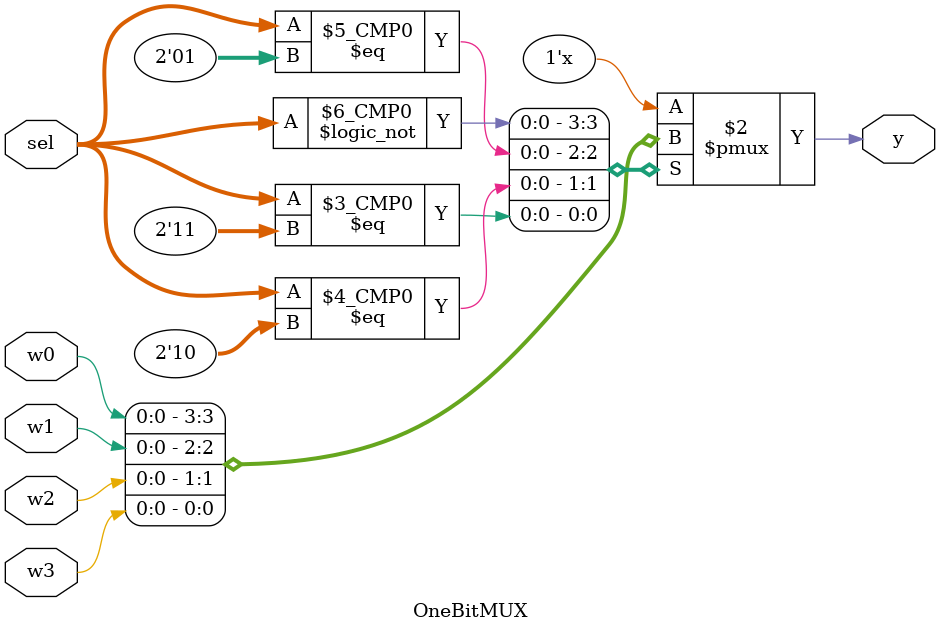
<source format=v>
`timescale 1ns / 1ps
module OneBitMUX(w3,w2,w1,w0,sel,y
    );
	 input w3,w2,w1,w0 ;
	 input [1:0] sel;
	 output y;
	 reg y;
	 always @ (w3 or w2 or w1 or w0 or sel)
	 case (sel)
		2'b00 : y=w0;
		2'b01 : y=w1;
		2'b10 : y=w2;
		2'b11 : y=w3;
		endcase


endmodule
</source>
